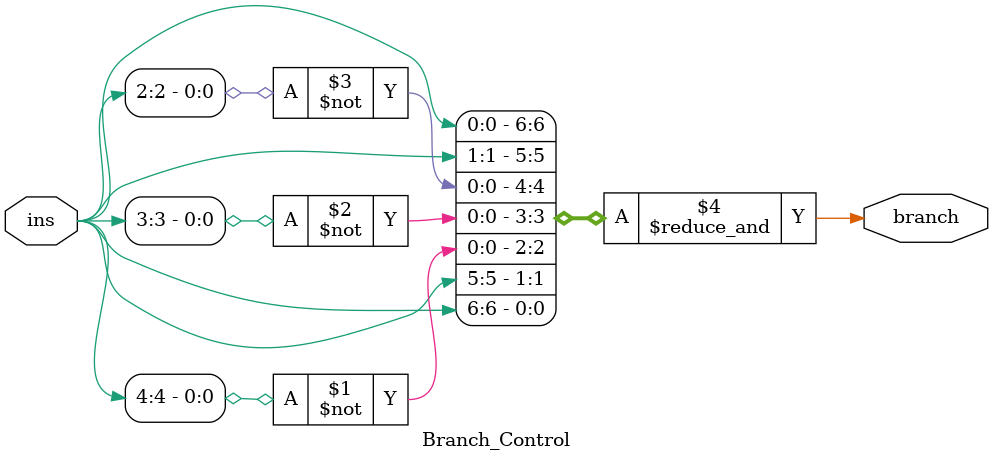
<source format=v>
module Branch_Control(
  input wire [31:0] ins,
  output wand branch
);
  assign branch = ins[6];
  assign branch = ins[5];
  assign branch = ~ins[4];
  assign branch = ~ins[3];
  assign branch = ~ins[2];
  assign branch = ins[1];
  assign branch = ins[0];
endmodule 

</source>
